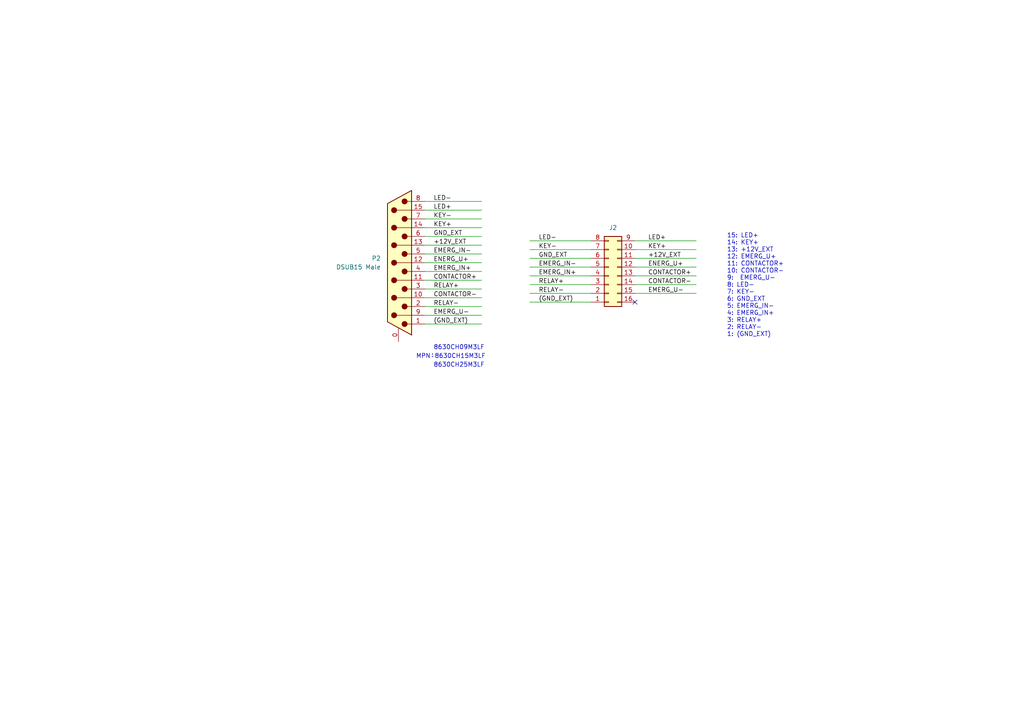
<source format=kicad_sch>
(kicad_sch (version 20230121) (generator eeschema)

  (uuid dba71d07-b687-4cf1-b054-256fd3d7e7cc)

  (paper "A4")

  (lib_symbols
    (symbol "Connector:DA15_Plug_MountingHoles" (pin_names (offset 1.016) hide) (in_bom yes) (on_board yes)
      (property "Reference" "J" (at 0 24.13 0)
        (effects (font (size 1.27 1.27)))
      )
      (property "Value" "DA15_Plug_MountingHoles" (at 0 22.225 0)
        (effects (font (size 1.27 1.27)))
      )
      (property "Footprint" "" (at 0 0 0)
        (effects (font (size 1.27 1.27)) hide)
      )
      (property "Datasheet" " ~" (at 0 0 0)
        (effects (font (size 1.27 1.27)) hide)
      )
      (property "ki_keywords" "male plug D-SUB connector" (at 0 0 0)
        (effects (font (size 1.27 1.27)) hide)
      )
      (property "ki_description" "15-pin male plug pin D-SUB connector (low-density/2 columns), Mounting Hole" (at 0 0 0)
        (effects (font (size 1.27 1.27)) hide)
      )
      (property "ki_fp_filters" "DSUB*Male*" (at 0 0 0)
        (effects (font (size 1.27 1.27)) hide)
      )
      (symbol "DA15_Plug_MountingHoles_0_1"
        (circle (center -1.778 -17.78) (radius 0.762)
          (stroke (width 0) (type default))
          (fill (type outline))
        )
        (circle (center -1.778 -12.7) (radius 0.762)
          (stroke (width 0) (type default))
          (fill (type outline))
        )
        (circle (center -1.778 -7.62) (radius 0.762)
          (stroke (width 0) (type default))
          (fill (type outline))
        )
        (circle (center -1.778 -2.54) (radius 0.762)
          (stroke (width 0) (type default))
          (fill (type outline))
        )
        (circle (center -1.778 2.54) (radius 0.762)
          (stroke (width 0) (type default))
          (fill (type outline))
        )
        (circle (center -1.778 7.62) (radius 0.762)
          (stroke (width 0) (type default))
          (fill (type outline))
        )
        (circle (center -1.778 12.7) (radius 0.762)
          (stroke (width 0) (type default))
          (fill (type outline))
        )
        (circle (center -1.778 17.78) (radius 0.762)
          (stroke (width 0) (type default))
          (fill (type outline))
        )
        (polyline
          (pts
            (xy -3.81 -17.78)
            (xy -2.54 -17.78)
          )
          (stroke (width 0) (type default))
          (fill (type none))
        )
        (polyline
          (pts
            (xy -3.81 -15.24)
            (xy 0.508 -15.24)
          )
          (stroke (width 0) (type default))
          (fill (type none))
        )
        (polyline
          (pts
            (xy -3.81 -12.7)
            (xy -2.54 -12.7)
          )
          (stroke (width 0) (type default))
          (fill (type none))
        )
        (polyline
          (pts
            (xy -3.81 -10.16)
            (xy 0.508 -10.16)
          )
          (stroke (width 0) (type default))
          (fill (type none))
        )
        (polyline
          (pts
            (xy -3.81 -7.62)
            (xy -2.54 -7.62)
          )
          (stroke (width 0) (type default))
          (fill (type none))
        )
        (polyline
          (pts
            (xy -3.81 -5.08)
            (xy 0.508 -5.08)
          )
          (stroke (width 0) (type default))
          (fill (type none))
        )
        (polyline
          (pts
            (xy -3.81 -2.54)
            (xy -2.54 -2.54)
          )
          (stroke (width 0) (type default))
          (fill (type none))
        )
        (polyline
          (pts
            (xy -3.81 0)
            (xy 0.508 0)
          )
          (stroke (width 0) (type default))
          (fill (type none))
        )
        (polyline
          (pts
            (xy -3.81 2.54)
            (xy -2.54 2.54)
          )
          (stroke (width 0) (type default))
          (fill (type none))
        )
        (polyline
          (pts
            (xy -3.81 5.08)
            (xy 0.508 5.08)
          )
          (stroke (width 0) (type default))
          (fill (type none))
        )
        (polyline
          (pts
            (xy -3.81 7.62)
            (xy -2.54 7.62)
          )
          (stroke (width 0) (type default))
          (fill (type none))
        )
        (polyline
          (pts
            (xy -3.81 10.16)
            (xy 0.508 10.16)
          )
          (stroke (width 0) (type default))
          (fill (type none))
        )
        (polyline
          (pts
            (xy -3.81 12.7)
            (xy -2.54 12.7)
          )
          (stroke (width 0) (type default))
          (fill (type none))
        )
        (polyline
          (pts
            (xy -3.81 15.24)
            (xy 0.508 15.24)
          )
          (stroke (width 0) (type default))
          (fill (type none))
        )
        (polyline
          (pts
            (xy -3.81 17.78)
            (xy -2.54 17.78)
          )
          (stroke (width 0) (type default))
          (fill (type none))
        )
        (polyline
          (pts
            (xy -3.81 -20.955)
            (xy 3.175 -17.145)
            (xy 3.175 17.145)
            (xy -3.81 20.955)
            (xy -3.81 -20.955)
          )
          (stroke (width 0.254) (type default))
          (fill (type background))
        )
        (circle (center 1.27 -15.24) (radius 0.762)
          (stroke (width 0) (type default))
          (fill (type outline))
        )
        (circle (center 1.27 -10.16) (radius 0.762)
          (stroke (width 0) (type default))
          (fill (type outline))
        )
        (circle (center 1.27 -5.08) (radius 0.762)
          (stroke (width 0) (type default))
          (fill (type outline))
        )
        (circle (center 1.27 0) (radius 0.762)
          (stroke (width 0) (type default))
          (fill (type outline))
        )
        (circle (center 1.27 5.08) (radius 0.762)
          (stroke (width 0) (type default))
          (fill (type outline))
        )
        (circle (center 1.27 10.16) (radius 0.762)
          (stroke (width 0) (type default))
          (fill (type outline))
        )
        (circle (center 1.27 15.24) (radius 0.762)
          (stroke (width 0) (type default))
          (fill (type outline))
        )
      )
      (symbol "DA15_Plug_MountingHoles_1_1"
        (pin passive line (at 0 -22.86 90) (length 3.81)
          (name "PAD" (effects (font (size 1.27 1.27))))
          (number "0" (effects (font (size 1.27 1.27))))
        )
        (pin passive line (at -7.62 -17.78 0) (length 3.81)
          (name "1" (effects (font (size 1.27 1.27))))
          (number "1" (effects (font (size 1.27 1.27))))
        )
        (pin passive line (at -7.62 -10.16 0) (length 3.81)
          (name "P10" (effects (font (size 1.27 1.27))))
          (number "10" (effects (font (size 1.27 1.27))))
        )
        (pin passive line (at -7.62 -5.08 0) (length 3.81)
          (name "P111" (effects (font (size 1.27 1.27))))
          (number "11" (effects (font (size 1.27 1.27))))
        )
        (pin passive line (at -7.62 0 0) (length 3.81)
          (name "P12" (effects (font (size 1.27 1.27))))
          (number "12" (effects (font (size 1.27 1.27))))
        )
        (pin passive line (at -7.62 5.08 0) (length 3.81)
          (name "P13" (effects (font (size 1.27 1.27))))
          (number "13" (effects (font (size 1.27 1.27))))
        )
        (pin passive line (at -7.62 10.16 0) (length 3.81)
          (name "P14" (effects (font (size 1.27 1.27))))
          (number "14" (effects (font (size 1.27 1.27))))
        )
        (pin passive line (at -7.62 15.24 0) (length 3.81)
          (name "P15" (effects (font (size 1.27 1.27))))
          (number "15" (effects (font (size 1.27 1.27))))
        )
        (pin passive line (at -7.62 -12.7 0) (length 3.81)
          (name "2" (effects (font (size 1.27 1.27))))
          (number "2" (effects (font (size 1.27 1.27))))
        )
        (pin passive line (at -7.62 -7.62 0) (length 3.81)
          (name "3" (effects (font (size 1.27 1.27))))
          (number "3" (effects (font (size 1.27 1.27))))
        )
        (pin passive line (at -7.62 -2.54 0) (length 3.81)
          (name "4" (effects (font (size 1.27 1.27))))
          (number "4" (effects (font (size 1.27 1.27))))
        )
        (pin passive line (at -7.62 2.54 0) (length 3.81)
          (name "5" (effects (font (size 1.27 1.27))))
          (number "5" (effects (font (size 1.27 1.27))))
        )
        (pin passive line (at -7.62 7.62 0) (length 3.81)
          (name "6" (effects (font (size 1.27 1.27))))
          (number "6" (effects (font (size 1.27 1.27))))
        )
        (pin passive line (at -7.62 12.7 0) (length 3.81)
          (name "7" (effects (font (size 1.27 1.27))))
          (number "7" (effects (font (size 1.27 1.27))))
        )
        (pin passive line (at -7.62 17.78 0) (length 3.81)
          (name "8" (effects (font (size 1.27 1.27))))
          (number "8" (effects (font (size 1.27 1.27))))
        )
        (pin passive line (at -7.62 -15.24 0) (length 3.81)
          (name "P9" (effects (font (size 1.27 1.27))))
          (number "9" (effects (font (size 1.27 1.27))))
        )
      )
    )
    (symbol "Connector_Generic:Conn_02x08_Counter_Clockwise" (pin_names (offset 1.016) hide) (in_bom yes) (on_board yes)
      (property "Reference" "J" (at 1.27 10.16 0)
        (effects (font (size 1.27 1.27)))
      )
      (property "Value" "Conn_02x08_Counter_Clockwise" (at 1.27 -12.7 0)
        (effects (font (size 1.27 1.27)))
      )
      (property "Footprint" "" (at 0 0 0)
        (effects (font (size 1.27 1.27)) hide)
      )
      (property "Datasheet" "~" (at 0 0 0)
        (effects (font (size 1.27 1.27)) hide)
      )
      (property "ki_keywords" "connector" (at 0 0 0)
        (effects (font (size 1.27 1.27)) hide)
      )
      (property "ki_description" "Generic connector, double row, 02x08, counter clockwise pin numbering scheme (similar to DIP package numbering), script generated (kicad-library-utils/schlib/autogen/connector/)" (at 0 0 0)
        (effects (font (size 1.27 1.27)) hide)
      )
      (property "ki_fp_filters" "Connector*:*_2x??_*" (at 0 0 0)
        (effects (font (size 1.27 1.27)) hide)
      )
      (symbol "Conn_02x08_Counter_Clockwise_1_1"
        (rectangle (start -1.27 -10.033) (end 0 -10.287)
          (stroke (width 0.1524) (type default))
          (fill (type none))
        )
        (rectangle (start -1.27 -7.493) (end 0 -7.747)
          (stroke (width 0.1524) (type default))
          (fill (type none))
        )
        (rectangle (start -1.27 -4.953) (end 0 -5.207)
          (stroke (width 0.1524) (type default))
          (fill (type none))
        )
        (rectangle (start -1.27 -2.413) (end 0 -2.667)
          (stroke (width 0.1524) (type default))
          (fill (type none))
        )
        (rectangle (start -1.27 0.127) (end 0 -0.127)
          (stroke (width 0.1524) (type default))
          (fill (type none))
        )
        (rectangle (start -1.27 2.667) (end 0 2.413)
          (stroke (width 0.1524) (type default))
          (fill (type none))
        )
        (rectangle (start -1.27 5.207) (end 0 4.953)
          (stroke (width 0.1524) (type default))
          (fill (type none))
        )
        (rectangle (start -1.27 7.747) (end 0 7.493)
          (stroke (width 0.1524) (type default))
          (fill (type none))
        )
        (rectangle (start -1.27 8.89) (end 3.81 -11.43)
          (stroke (width 0.254) (type default))
          (fill (type background))
        )
        (rectangle (start 3.81 -10.033) (end 2.54 -10.287)
          (stroke (width 0.1524) (type default))
          (fill (type none))
        )
        (rectangle (start 3.81 -7.493) (end 2.54 -7.747)
          (stroke (width 0.1524) (type default))
          (fill (type none))
        )
        (rectangle (start 3.81 -4.953) (end 2.54 -5.207)
          (stroke (width 0.1524) (type default))
          (fill (type none))
        )
        (rectangle (start 3.81 -2.413) (end 2.54 -2.667)
          (stroke (width 0.1524) (type default))
          (fill (type none))
        )
        (rectangle (start 3.81 0.127) (end 2.54 -0.127)
          (stroke (width 0.1524) (type default))
          (fill (type none))
        )
        (rectangle (start 3.81 2.667) (end 2.54 2.413)
          (stroke (width 0.1524) (type default))
          (fill (type none))
        )
        (rectangle (start 3.81 5.207) (end 2.54 4.953)
          (stroke (width 0.1524) (type default))
          (fill (type none))
        )
        (rectangle (start 3.81 7.747) (end 2.54 7.493)
          (stroke (width 0.1524) (type default))
          (fill (type none))
        )
        (pin passive line (at -5.08 7.62 0) (length 3.81)
          (name "Pin_1" (effects (font (size 1.27 1.27))))
          (number "1" (effects (font (size 1.27 1.27))))
        )
        (pin passive line (at 7.62 -7.62 180) (length 3.81)
          (name "Pin_10" (effects (font (size 1.27 1.27))))
          (number "10" (effects (font (size 1.27 1.27))))
        )
        (pin passive line (at 7.62 -5.08 180) (length 3.81)
          (name "Pin_11" (effects (font (size 1.27 1.27))))
          (number "11" (effects (font (size 1.27 1.27))))
        )
        (pin passive line (at 7.62 -2.54 180) (length 3.81)
          (name "Pin_12" (effects (font (size 1.27 1.27))))
          (number "12" (effects (font (size 1.27 1.27))))
        )
        (pin passive line (at 7.62 0 180) (length 3.81)
          (name "Pin_13" (effects (font (size 1.27 1.27))))
          (number "13" (effects (font (size 1.27 1.27))))
        )
        (pin passive line (at 7.62 2.54 180) (length 3.81)
          (name "Pin_14" (effects (font (size 1.27 1.27))))
          (number "14" (effects (font (size 1.27 1.27))))
        )
        (pin passive line (at 7.62 5.08 180) (length 3.81)
          (name "Pin_15" (effects (font (size 1.27 1.27))))
          (number "15" (effects (font (size 1.27 1.27))))
        )
        (pin passive line (at 7.62 7.62 180) (length 3.81)
          (name "Pin_16" (effects (font (size 1.27 1.27))))
          (number "16" (effects (font (size 1.27 1.27))))
        )
        (pin passive line (at -5.08 5.08 0) (length 3.81)
          (name "Pin_2" (effects (font (size 1.27 1.27))))
          (number "2" (effects (font (size 1.27 1.27))))
        )
        (pin passive line (at -5.08 2.54 0) (length 3.81)
          (name "Pin_3" (effects (font (size 1.27 1.27))))
          (number "3" (effects (font (size 1.27 1.27))))
        )
        (pin passive line (at -5.08 0 0) (length 3.81)
          (name "Pin_4" (effects (font (size 1.27 1.27))))
          (number "4" (effects (font (size 1.27 1.27))))
        )
        (pin passive line (at -5.08 -2.54 0) (length 3.81)
          (name "Pin_5" (effects (font (size 1.27 1.27))))
          (number "5" (effects (font (size 1.27 1.27))))
        )
        (pin passive line (at -5.08 -5.08 0) (length 3.81)
          (name "Pin_6" (effects (font (size 1.27 1.27))))
          (number "6" (effects (font (size 1.27 1.27))))
        )
        (pin passive line (at -5.08 -7.62 0) (length 3.81)
          (name "Pin_7" (effects (font (size 1.27 1.27))))
          (number "7" (effects (font (size 1.27 1.27))))
        )
        (pin passive line (at -5.08 -10.16 0) (length 3.81)
          (name "Pin_8" (effects (font (size 1.27 1.27))))
          (number "8" (effects (font (size 1.27 1.27))))
        )
        (pin passive line (at 7.62 -10.16 180) (length 3.81)
          (name "Pin_9" (effects (font (size 1.27 1.27))))
          (number "9" (effects (font (size 1.27 1.27))))
        )
      )
    )
  )


  (no_connect (at 184.15 87.63) (uuid 11dc35f5-aac5-4fa4-9911-201a7cdb03d3))

  (wire (pts (xy 184.15 72.39) (xy 201.93 72.39))
    (stroke (width 0) (type default))
    (uuid 20cef235-d04d-4926-aaba-6f01b96e19d0)
  )
  (wire (pts (xy 123.19 78.74) (xy 139.7 78.74))
    (stroke (width 0) (type default))
    (uuid 23709e95-a6ea-4c49-ba77-35304cd716b7)
  )
  (wire (pts (xy 123.19 93.98) (xy 139.7 93.98))
    (stroke (width 0) (type default))
    (uuid 36b9f575-f0a6-4570-9d2b-1773ef8de2b2)
  )
  (wire (pts (xy 184.15 85.09) (xy 201.93 85.09))
    (stroke (width 0) (type default))
    (uuid 3703f490-e78a-4f28-952c-cd5587f4129b)
  )
  (wire (pts (xy 123.19 76.2) (xy 139.7 76.2))
    (stroke (width 0) (type default))
    (uuid 3b7f61b9-1e54-4056-a5d2-ea5729ee661a)
  )
  (wire (pts (xy 123.19 73.66) (xy 139.7 73.66))
    (stroke (width 0) (type default))
    (uuid 3eaf128f-784a-416f-9fe2-547cc907938f)
  )
  (wire (pts (xy 123.19 86.36) (xy 139.7 86.36))
    (stroke (width 0) (type default))
    (uuid 4c762a8e-6e5d-465c-b109-664267dbfc32)
  )
  (wire (pts (xy 123.19 68.58) (xy 139.7 68.58))
    (stroke (width 0) (type default))
    (uuid 4f1c70f9-a9c8-4826-b721-b3fd9a3c7ea3)
  )
  (wire (pts (xy 123.19 83.82) (xy 139.7 83.82))
    (stroke (width 0) (type default))
    (uuid 4fedf1f7-5618-4c56-940a-ca311a65aa41)
  )
  (wire (pts (xy 123.19 63.5) (xy 139.7 63.5))
    (stroke (width 0) (type default))
    (uuid 50836f4b-6ef6-41b4-a632-9dea1aa88f33)
  )
  (wire (pts (xy 184.15 80.01) (xy 201.93 80.01))
    (stroke (width 0) (type default))
    (uuid 70d8438d-9784-4fa7-8b4f-97a31f4f04b1)
  )
  (wire (pts (xy 153.67 87.63) (xy 171.45 87.63))
    (stroke (width 0) (type default))
    (uuid 70d92625-2710-4e8d-ab1e-d1dfb0a9f080)
  )
  (wire (pts (xy 153.67 82.55) (xy 171.45 82.55))
    (stroke (width 0) (type default))
    (uuid 737384a0-9885-434c-b156-fbac77744ee2)
  )
  (wire (pts (xy 153.67 72.39) (xy 171.45 72.39))
    (stroke (width 0) (type default))
    (uuid 7e63a9d2-0018-447e-bcba-0b4f894762aa)
  )
  (wire (pts (xy 153.67 80.01) (xy 171.45 80.01))
    (stroke (width 0) (type default))
    (uuid 8404837d-a1d0-4ae8-b792-5891ab405de5)
  )
  (wire (pts (xy 184.15 69.85) (xy 201.93 69.85))
    (stroke (width 0) (type default))
    (uuid 8a4ee20b-1d52-4099-a95d-1391d445ade5)
  )
  (wire (pts (xy 123.19 66.04) (xy 139.7 66.04))
    (stroke (width 0) (type default))
    (uuid 910a1a96-307b-4312-8c31-fb3be0781f50)
  )
  (wire (pts (xy 123.19 91.44) (xy 139.7 91.44))
    (stroke (width 0) (type default))
    (uuid 94d3aa89-37a6-4a33-bab2-911b82a40bd9)
  )
  (wire (pts (xy 123.19 81.28) (xy 139.7 81.28))
    (stroke (width 0) (type default))
    (uuid 95da8104-ee93-4074-a2c7-0a3a745e0a65)
  )
  (wire (pts (xy 153.67 69.85) (xy 171.45 69.85))
    (stroke (width 0) (type default))
    (uuid a6104044-0faa-4979-92e7-d94e43d1381b)
  )
  (wire (pts (xy 153.67 74.93) (xy 171.45 74.93))
    (stroke (width 0) (type default))
    (uuid a782decd-4e45-4619-a721-8695273c8c43)
  )
  (wire (pts (xy 153.67 77.47) (xy 171.45 77.47))
    (stroke (width 0) (type default))
    (uuid af7e0190-0757-4063-ad89-3aa8094637d6)
  )
  (wire (pts (xy 153.67 85.09) (xy 171.45 85.09))
    (stroke (width 0) (type default))
    (uuid b6ab30b7-8877-4f14-9497-30b2373d6e6b)
  )
  (wire (pts (xy 184.15 74.93) (xy 201.93 74.93))
    (stroke (width 0) (type default))
    (uuid b82d0cbd-85f3-40de-a179-e380edeedc62)
  )
  (wire (pts (xy 123.19 58.42) (xy 139.7 58.42))
    (stroke (width 0) (type default))
    (uuid c1e0877e-880d-4ad7-873c-3d9581796ed8)
  )
  (wire (pts (xy 184.15 77.47) (xy 201.93 77.47))
    (stroke (width 0) (type default))
    (uuid cf9784ef-b177-4222-a4a6-bb0f06e1f8e0)
  )
  (wire (pts (xy 184.15 82.55) (xy 201.93 82.55))
    (stroke (width 0) (type default))
    (uuid d6c2e4fe-c14b-4bbb-b963-4d2d0ce9f073)
  )
  (wire (pts (xy 123.19 60.96) (xy 139.7 60.96))
    (stroke (width 0) (type default))
    (uuid d9d32cdb-68a7-4fd0-9a51-cbc2d6bf52f7)
  )
  (wire (pts (xy 123.19 71.12) (xy 139.7 71.12))
    (stroke (width 0) (type default))
    (uuid ec5b9a15-9f3e-4d72-9480-26aa64f53fa9)
  )
  (wire (pts (xy 123.19 88.9) (xy 139.7 88.9))
    (stroke (width 0) (type default))
    (uuid ecbea265-4e57-4595-8732-014978540c5e)
  )

  (text "15: LED+\n14: KEY+\n13: +12V_EXT\n12: EMERG_U+\n11: CONTACTOR+\n10: CONTACTOR-\n9:  EMERG_U-\n8: LED-\n7: KEY-\n6: GND_EXT\n5: EMERG_IN-\n4: EMERG_IN+\n3: RELAY+\n2: RELAY-\n1: (GND_EXT)"
    (at 210.82 97.79 0)
    (effects (font (size 1.27 1.27)) (justify left bottom))
    (uuid 685b00fe-1d14-4509-9b89-2e3e8bafc970)
  )
  (text "MPN：8630CH15M3LF" (at 120.65 104.14 0)
    (effects (font (size 1.27 1.27)) (justify left bottom))
    (uuid 6a1371c8-0b89-4a43-a1ed-53543b863408)
  )
  (text "8630CH09M3LF" (at 125.73 101.6 0)
    (effects (font (size 1.27 1.27)) (justify left bottom))
    (uuid ad2c45e4-1477-445c-9899-113aec290cd0)
  )
  (text "8630CH25M3LF" (at 125.73 106.68 0)
    (effects (font (size 1.27 1.27)) (justify left bottom))
    (uuid f056551e-8b9f-4e20-a86d-6bf39bf5f263)
  )

  (label "GND_EXT" (at 125.73 68.58 0) (fields_autoplaced)
    (effects (font (size 1.27 1.27)) (justify left bottom))
    (uuid 046d11db-7974-4802-af1d-c319ef0280f3)
  )
  (label "RELAY+" (at 125.73 83.82 0) (fields_autoplaced)
    (effects (font (size 1.27 1.27)) (justify left bottom))
    (uuid 05dccf72-a11c-40ea-8473-3adce506fa18)
  )
  (label "ENERG_U+" (at 125.73 76.2 0) (fields_autoplaced)
    (effects (font (size 1.27 1.27)) (justify left bottom))
    (uuid 0fd62a44-bb55-4358-9d07-ee1d79ace86e)
  )
  (label "EMERG_IN-" (at 125.73 73.66 0) (fields_autoplaced)
    (effects (font (size 1.27 1.27)) (justify left bottom))
    (uuid 12fb05de-6814-4ae9-89cc-4271b588be49)
  )
  (label "LED-" (at 156.21 69.85 0) (fields_autoplaced)
    (effects (font (size 1.27 1.27)) (justify left bottom))
    (uuid 131ebbdc-8830-4544-bf67-0d9eee00bcc0)
  )
  (label "(GND_EXT)" (at 156.21 87.63 0) (fields_autoplaced)
    (effects (font (size 1.27 1.27)) (justify left bottom))
    (uuid 23d2e28f-52eb-437a-a0bd-2a6263f5ad9d)
  )
  (label "KEY+" (at 125.73 66.04 0) (fields_autoplaced)
    (effects (font (size 1.27 1.27)) (justify left bottom))
    (uuid 2e7c3cd9-fa55-47c7-852e-9bd765ead1dc)
  )
  (label "EMERG_U-" (at 187.96 85.09 0) (fields_autoplaced)
    (effects (font (size 1.27 1.27)) (justify left bottom))
    (uuid 2f2caca4-823b-4f37-acd2-04edb604c55d)
  )
  (label "LED+" (at 187.96 69.85 0) (fields_autoplaced)
    (effects (font (size 1.27 1.27)) (justify left bottom))
    (uuid 334be642-8f90-486f-878e-2c9485234f3f)
  )
  (label "KEY-" (at 156.21 72.39 0) (fields_autoplaced)
    (effects (font (size 1.27 1.27)) (justify left bottom))
    (uuid 42f5e881-d42f-4582-a4f6-ac5ad7a4225c)
  )
  (label "KEY-" (at 125.73 63.5 0) (fields_autoplaced)
    (effects (font (size 1.27 1.27)) (justify left bottom))
    (uuid 48d2adf2-2588-457b-ae9c-b1c4f93ec48a)
  )
  (label "RELAY-" (at 125.73 88.9 0) (fields_autoplaced)
    (effects (font (size 1.27 1.27)) (justify left bottom))
    (uuid 4b33e6f6-55e5-4161-ad93-d15dcd54291f)
  )
  (label "(GND_EXT)" (at 125.73 93.98 0) (fields_autoplaced)
    (effects (font (size 1.27 1.27)) (justify left bottom))
    (uuid 5df72a28-51f3-4c6e-8283-e64926469a0d)
  )
  (label "LED-" (at 125.73 58.42 0) (fields_autoplaced)
    (effects (font (size 1.27 1.27)) (justify left bottom))
    (uuid 6a2ddaf8-ccdd-431d-b544-187917520be9)
  )
  (label "KEY+" (at 187.96 72.39 0) (fields_autoplaced)
    (effects (font (size 1.27 1.27)) (justify left bottom))
    (uuid 6acf0e61-f781-4cab-b950-21c2181cad0a)
  )
  (label "CONTACTOR-" (at 187.96 82.55 0) (fields_autoplaced)
    (effects (font (size 1.27 1.27)) (justify left bottom))
    (uuid 6cce624e-a265-4f7a-a8b3-c710a75a01ed)
  )
  (label "RELAY+" (at 156.21 82.55 0) (fields_autoplaced)
    (effects (font (size 1.27 1.27)) (justify left bottom))
    (uuid 7a97caea-f597-4cd0-874a-c243c14b0454)
  )
  (label "EMERG_IN+" (at 125.73 78.74 0) (fields_autoplaced)
    (effects (font (size 1.27 1.27)) (justify left bottom))
    (uuid 8b115dfa-c6c8-4b39-b5df-044451340e3d)
  )
  (label "RELAY-" (at 156.21 85.09 0) (fields_autoplaced)
    (effects (font (size 1.27 1.27)) (justify left bottom))
    (uuid 8e7c1926-8ad2-405d-8e40-f409fbce7bfa)
  )
  (label "+12V_EXT" (at 187.96 74.93 0) (fields_autoplaced)
    (effects (font (size 1.27 1.27)) (justify left bottom))
    (uuid 95bc12b7-bc9b-43bb-a183-9c603811d83f)
  )
  (label "CONTACTOR-" (at 125.73 86.36 0) (fields_autoplaced)
    (effects (font (size 1.27 1.27)) (justify left bottom))
    (uuid 9b8d8693-cc4a-47d7-a14a-b1c5f5b17556)
  )
  (label "EMERG_IN-" (at 156.21 77.47 0) (fields_autoplaced)
    (effects (font (size 1.27 1.27)) (justify left bottom))
    (uuid 9f17f7de-9d69-4d36-b6eb-08b1a40eb4d0)
  )
  (label "ENERG_U+" (at 187.96 77.47 0) (fields_autoplaced)
    (effects (font (size 1.27 1.27)) (justify left bottom))
    (uuid c67dcdf1-451b-41b2-baff-7b657f617819)
  )
  (label "CONTACTOR+" (at 125.73 81.28 0) (fields_autoplaced)
    (effects (font (size 1.27 1.27)) (justify left bottom))
    (uuid cb95a328-6f69-4b6a-9e3f-da8303210580)
  )
  (label "EMERG_IN+" (at 156.21 80.01 0) (fields_autoplaced)
    (effects (font (size 1.27 1.27)) (justify left bottom))
    (uuid d445fe6e-80ba-4ea2-8691-240fb539e1c7)
  )
  (label "LED+" (at 125.73 60.96 0) (fields_autoplaced)
    (effects (font (size 1.27 1.27)) (justify left bottom))
    (uuid d7996349-3e08-4742-acd3-787af09d79bb)
  )
  (label "EMERG_U-" (at 125.73 91.44 0) (fields_autoplaced)
    (effects (font (size 1.27 1.27)) (justify left bottom))
    (uuid e1da2815-ba1d-4c9f-9ad2-448f795b9a73)
  )
  (label "+12V_EXT" (at 125.73 71.12 0) (fields_autoplaced)
    (effects (font (size 1.27 1.27)) (justify left bottom))
    (uuid e2cfd915-a03b-44d8-9d8e-7f882fa11149)
  )
  (label "GND_EXT" (at 156.21 74.93 0) (fields_autoplaced)
    (effects (font (size 1.27 1.27)) (justify left bottom))
    (uuid f268f72c-aa5c-4ffa-8d91-9c29a19cc3ba)
  )
  (label "CONTACTOR+" (at 187.96 80.01 0) (fields_autoplaced)
    (effects (font (size 1.27 1.27)) (justify left bottom))
    (uuid f825311b-4d82-458d-b2d3-a3483acf3d81)
  )

  (symbol (lib_id "Connector_Generic:Conn_02x08_Counter_Clockwise") (at 176.53 80.01 0) (mirror x) (unit 1)
    (in_bom yes) (on_board yes) (dnp no)
    (uuid afa74293-77fe-43d0-bbba-bafbee5ed8bc)
    (property "Reference" "J2" (at 177.8 66.04 0)
      (effects (font (size 1.27 1.27)))
    )
    (property "Value" "Conn_01x15" (at 179.07 78.74 0)
      (effects (font (size 1.27 1.27)) (justify left) hide)
    )
    (property "Footprint" "Connector_PinHeader_2.54mm:PinHeader_2x08_P2.54mm_Vertical_1" (at 176.53 80.01 0)
      (effects (font (size 1.27 1.27)) hide)
    )
    (property "Datasheet" "~" (at 176.53 80.01 0)
      (effects (font (size 1.27 1.27)) hide)
    )
    (pin "8" (uuid 4857b231-4feb-49de-8bd8-335be7710b75))
    (pin "14" (uuid 9dd8115a-94e3-4244-b474-45e3f75daebe))
    (pin "15" (uuid cfd03a63-a03b-4c37-bd31-2f94d60655b3))
    (pin "9" (uuid 334fe1f4-ab0e-4751-b35f-65d6a144d53d))
    (pin "6" (uuid 68a77eac-e78c-44f5-ba8c-ba49c5d2ad49))
    (pin "12" (uuid 7bcbeb6b-6667-430e-a6f6-54549908e623))
    (pin "11" (uuid 8b4a91e4-1545-4f1e-89a4-70f95cc1171a))
    (pin "7" (uuid 849784bb-e519-479a-bace-aa22cb0dc051))
    (pin "4" (uuid 4075055d-a426-4f3c-b563-42fd8b3083be))
    (pin "5" (uuid 76ea3914-1d67-427f-9ae8-30f75c03b57c))
    (pin "10" (uuid f479edef-de33-4aff-8457-68e740696b76))
    (pin "3" (uuid 395990c2-51c9-4c4a-a1c5-8ed36c375ff1))
    (pin "13" (uuid 5c75118d-7e16-49ac-a540-9ea7528061f6))
    (pin "2" (uuid ee53d18e-20f4-494f-be2e-e1ac8c1f739d))
    (pin "1" (uuid 624c835a-8d44-4b76-b9b5-d8f49437e8a0))
    (pin "16" (uuid aa8477ec-ab3f-4db2-ba59-af232990169c))
    (instances
      (project "P2_DSUB15_Famale_V0"
        (path "/dba71d07-b687-4cf1-b054-256fd3d7e7cc"
          (reference "J2") (unit 1)
        )
      )
    )
  )

  (symbol (lib_id "Connector:DA15_Plug_MountingHoles") (at 115.57 76.2 0) (mirror y) (unit 1)
    (in_bom yes) (on_board yes) (dnp no)
    (uuid c5efafe0-a610-4f31-bf67-cdaa8a0848f9)
    (property "Reference" "P2" (at 110.49 74.93 0)
      (effects (font (size 1.27 1.27)) (justify left))
    )
    (property "Value" "DSUB15 Male" (at 110.49 77.47 0)
      (effects (font (size 1.27 1.27)) (justify left))
    )
    (property "Footprint" "Connector_Dsub:DSUB-15_Male_EdgeMount_P2.77mm_1" (at 115.57 76.2 0)
      (effects (font (size 1.27 1.27)) hide)
    )
    (property "Datasheet" "https://cdn.amphenol-cs.com/media/wysiwyg/files/documentation/datasheet/inputoutput/io_dsub_brochure.pdf" (at 115.57 76.2 0)
      (effects (font (size 1.27 1.27)) hide)
    )
    (property "MPN" "DA15S065HTLF" (at 115.57 76.2 0)
      (effects (font (size 1.27 1.27)) hide)
    )
    (property "Description" "CONN D-SUB RCPT 15POS SLDR CUP" (at 115.57 76.2 0)
      (effects (font (size 1.27 1.27)) hide)
    )
    (property "Link" "https://www.digikey.jp/en/products/detail/amphenol-icc-fci/DA15S065HTLF/1540823" (at 115.57 76.2 0)
      (effects (font (size 1.27 1.27)) hide)
    )
    (pin "2" (uuid a09c5083-67d8-45e8-913f-5e67ee3f55e0))
    (pin "4" (uuid ac1ee452-13f8-4f4a-a0e3-865c2a3f6f56))
    (pin "10" (uuid 10363cae-6ff8-455c-877f-1694f6a980f2))
    (pin "13" (uuid 29a8ebd8-2cfc-4ec4-8775-b0b96d16c243))
    (pin "12" (uuid 3e9e5ee1-5b3d-46d4-8c65-c865e13d3785))
    (pin "14" (uuid 49c89e1b-6fbb-460a-bbc8-629adf469e23))
    (pin "1" (uuid 139c2ad5-2253-4b80-a5ff-8def302d37e3))
    (pin "8" (uuid 8c27ab4c-6abe-4887-9f7c-07c7ffc627e7))
    (pin "6" (uuid 8789eb1c-0846-4b72-9e12-36b5b1d8e5ad))
    (pin "9" (uuid 4484fbfc-8b41-40d6-aae0-4ef1b020d44b))
    (pin "15" (uuid 18732678-90e1-4eba-80fb-14b814ce93da))
    (pin "0" (uuid c03192c3-b28a-4f8f-af89-099ef7f9e1bf))
    (pin "11" (uuid f1d63663-3faf-4936-b165-f64b36ad9fca))
    (pin "3" (uuid ad9aa264-bbd5-490f-bacc-6c1f7027cf28))
    (pin "7" (uuid 2719efc9-6dfb-4f4c-9c63-2a3684babeef))
    (pin "5" (uuid 7b959191-cef6-4fb1-b763-70343e23668d))
    (instances
      (project "P2_DSUB15_Famale_V0"
        (path "/dba71d07-b687-4cf1-b054-256fd3d7e7cc"
          (reference "P2") (unit 1)
        )
      )
    )
  )

  (sheet_instances
    (path "/" (page "1"))
  )
)

</source>
